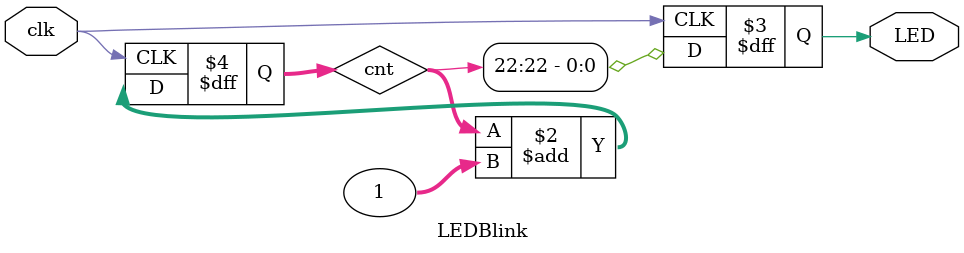
<source format=v>
module LEDBlink(
  input clk,
  output reg LED
);

reg [31:0] cnt;

always @(posedge clk) begin 
    cnt <= cnt + 1;
    LED <= cnt[22];
end

endmodule

</source>
